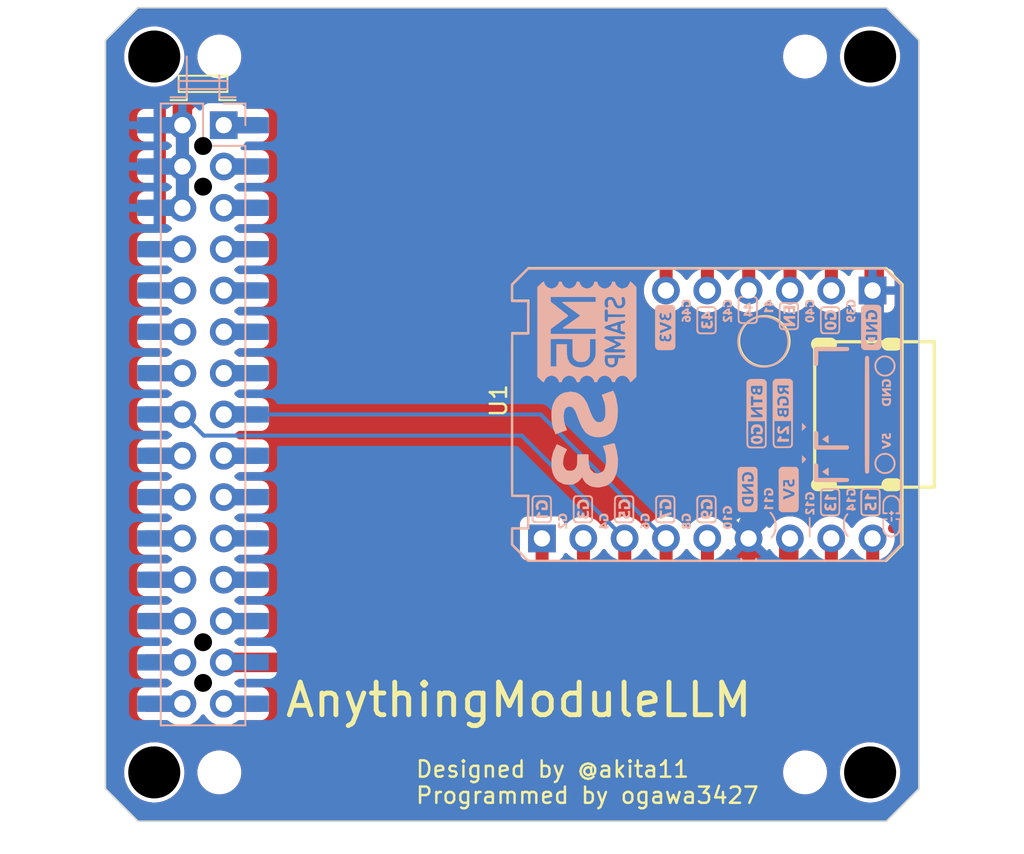
<source format=kicad_pcb>
(kicad_pcb (version 20241229) (generator "pcbnew") (generator_version "9.0")
  (layers (0 "F.Cu" signal) (2 "B.Cu" signal) (13 "F.Paste" user) (15 "B.Paste" user) (5 "F.SilkS" user "F.Silkscreen") (7 "B.SilkS" user "B.Silkscreen") (1 "F.Mask" user) (3 "B.Mask" user) (25 "Edge.Cuts" user))
  (net 0 "")
  (net 1 "+5V")
  (net 2 "GND")
  (net 3 "/RXD")
  (net 4 "/TXD")
  (footprint "MountingHole:MountingHole_2.2mm_M2" (layer "F.Cu") (at 7 47)
    (property "Reference" "REF**" (hide yes))
    (property "Value" "MountingHole_2.2mm_M2")
    (pad "" np_thru_hole circle (at 0 0) (size 2.2 2.2) (drill 2.2) (layers "*.Cu" "*.Mask"))
  )
  (footprint "MountingHole:MountingHole_3.2mm_M3" (layer "F.Cu") (at 3 47)
    (property "Reference" "REF**" (hide yes))
    (property "Value" "MountingHole_3.2mm_M3")
    (pad "" np_thru_hole circle (at 0 0) (size 3.2 3.2) (drill 3.2) (layers "*.Paste" "*.Mask"))
  )
  (footprint "MountingHole:MountingHole_2.2mm_M2" (layer "F.Cu") (at 43 47)
    (property "Reference" "REF**" (hide yes))
    (property "Value" "MountingHole_2.2mm_M2")
    (pad "" np_thru_hole circle (at 0 0) (size 2.2 2.2) (drill 2.2) (layers "*.Cu" "*.Mask"))
  )
  (footprint "MountingHole:MountingHole_3.2mm_M3" (layer "F.Cu") (at 47 3)
    (property "Reference" "REF**" (hide yes))
    (property "Value" "MountingHole_3.2mm_M3")
    (pad "" np_thru_hole circle (at 0 0) (size 3.2 3.2) (drill 3.2) (layers "*.Paste" "*.Mask"))
  )
  (footprint "MountingHole:MountingHole_2.2mm_M2" (layer "F.Cu") (at 7 3)
    (property "Reference" "REF**" (hide yes))
    (property "Value" "MountingHole_2.2mm_M2")
    (pad "" np_thru_hole circle (at 0 0) (size 2.2 2.2) (drill 2.2) (layers "*.Cu" "*.Mask"))
  )
  (footprint "Connector_PinHeader_2.54mm:PinHeader_1x06_P2.54mm_Vertical" (layer "F.Cu") (at 47.15 17.38 -90)
    (property "Reference" "J3" (hide yes))
    (property "Value" "Conn_01x06")
    (pad "1" thru_hole rect (at 0 0 270) (size 1.7 1.7) (drill 1) (layers "*.Cu" "*.Mask") (net 2 "GND"))
    (pad "2" thru_hole circle (at 0 2.54 270) (size 1.7 1.7) (drill 1) (layers "*.Cu" "*.Mask"))
    (pad "3" thru_hole circle (at 0 5.08 270) (size 1.7 1.7) (drill 1) (layers "*.Cu" "*.Mask"))
    (pad "4" thru_hole circle (at 0 7.62 270) (size 1.7 1.7) (drill 1) (layers "*.Cu" "*.Mask"))
    (pad "5" thru_hole circle (at 0 10.16 270) (size 1.7 1.7) (drill 1) (layers "*.Cu" "*.Mask"))
    (pad "6" thru_hole circle (at 0 12.7 270) (size 1.7 1.7) (drill 1) (layers "*.Cu" "*.Mask"))
  )
  (footprint "MountingHole:MountingHole_3.2mm_M3" (layer "F.Cu") (at 3 3)
    (property "Reference" "REF**" (hide yes))
    (property "Value" "MountingHole_3.2mm_M3")
    (pad "" np_thru_hole circle (at 0 0) (size 3.2 3.2) (drill 3.2) (layers "*.Paste" "*.Mask"))
  )
  (footprint "M5KiCad:STAMP-S3-SMD" (layer "F.Cu") (at 37 25 90)
    (property "Reference" "U1" (at -0.25 -12.25 90) (layer "F.SilkS") (effects (justify left bottom)))
    (property "Value" "~" (hide yes))
    (pad "1" smd oval (at -8.599997 -10.16 90) (size 1.8 0.8) (layers "F.Cu" "F.Mask" "F.Paste"))
    (pad "3" smd oval (at -8.599997 -7.619998 90) (size 1.8 0.8) (layers "F.Cu" "F.Mask" "F.Paste"))
    (pad "5" smd oval (at -8.599997 -5.079998 90) (size 1.8 0.8) (layers "F.Cu" "F.Mask" "F.Paste") (net 3 "/RXD"))
    (pad "7" smd oval (at -8.599997 -2.539998 90) (size 1.8 0.8) (layers "F.Cu" "F.Mask" "F.Paste") (net 4 "/TXD"))
    (pad "9" smd oval (at -8.599997 0.000002 90) (size 1.8 0.8) (layers "F.Cu" "F.Mask" "F.Paste"))
    (pad "11" smd oval (at -8.599997 2.540002 90) (size 1.8 0.8) (layers "F.Cu" "F.Mask" "F.Paste") (net 2 "GND"))
    (pad "13" smd oval (at -8.599997 5.080002 90) (size 1.8 0.8) (layers "F.Cu" "F.Mask" "F.Paste") (net 1 "+5V"))
    (pad "15" smd oval (at -8.599997 7.620002 90) (size 1.8 0.8) (layers "F.Cu" "F.Mask" "F.Paste"))
    (pad "17" smd oval (at -8.599997 10.160002 90) (size 1.8 0.8) (layers "F.Cu" "F.Mask" "F.Paste"))
    (pad "18" smd oval (at 8.6 10.160002 90) (size 1.8 0.8) (layers "F.Cu" "F.Mask" "F.Paste") (net 2 "GND"))
    (pad "20" smd oval (at 8.6 7.620002 90) (size 1.8 0.8) (layers "F.Cu" "F.Mask" "F.Paste"))
    (pad "22" smd oval (at 8.6 5.080002 90) (size 1.8 0.8) (layers "F.Cu" "F.Mask" "F.Paste"))
    (pad "24" smd oval (at 8.6 2.540002 90) (size 1.8 0.8) (layers "F.Cu" "F.Mask" "F.Paste"))
    (pad "26" smd oval (at 8.6 0.000002 90) (size 1.8 0.8) (layers "F.Cu" "F.Mask" "F.Paste"))
    (pad "28" smd oval (at 8.6 -2.539998 270) (size 1.8 0.8) (layers "F.Cu" "F.Mask" "F.Paste"))
    (pad "29" smd circle (at -7 11.4 90) (size 0.6 0.6) (layers "F.Cu" "F.Mask" "F.Paste"))
    (pad "30" smd circle (at -5.5 11.4 90) (size 0.6 0.6) (layers "F.Cu" "F.Mask" "F.Paste"))
    (pad "31" smd rect (at -2.328047 -1.0882 270) (size 3 3) (layers "F.Cu" "F.Mask" "F.Paste"))
  )
  (footprint "MountingHole:MountingHole_3.2mm_M3" (layer "F.Cu") (at 47 47)
    (property "Reference" "REF**" (hide yes))
    (property "Value" "MountingHole_3.2mm_M3")
    (pad "" np_thru_hole circle (at 0 0) (size 3.2 3.2) (drill 3.2) (layers "*.Paste" "*.Mask"))
  )
  (footprint "akita:M5STACK_BUS_30P" (layer "F.Cu") (at 6 25)
    (property "Reference" "CN3" (hide yes))
    (property "Value" "CON_MBUS_bottom_Core2" (hide yes))
    (pad "" np_thru_hole circle (at 0 -16.5 180) (size 1.1 1.1) (drill 1.1) (layers "*.Mask"))
    (pad "" np_thru_hole circle (at 0 -14 180) (size 1.1 1.1) (drill 1.1) (layers "*.Mask"))
    (pad "" np_thru_hole circle (at 0 14 180) (size 1.1 1.1) (drill 1.1) (layers "*.Mask"))
    (pad "" np_thru_hole circle (at 0 16.5 180) (size 1.1 1.1) (drill 1.1) (layers "*.Mask"))
    (pad "1" smd rect (at -2.79 -17.78) (size 2.5 1) (layers "B.Cu" "B.Mask" "B.Paste") (net 2 "GND"))
    (pad "1" smd rect (at -2.54 -17.78) (size 2 1) (layers "F.Cu" "F.Mask" "F.Paste") (net 2 "GND"))
    (pad "2" smd rect (at 2.54 -17.78) (size 2 1) (layers "F.Cu" "F.Mask" "F.Paste"))
    (pad "2" smd rect (at 2.79 -17.78) (size 2.5 1) (layers "B.Cu" "B.Mask" "B.Paste"))
    (pad "3" smd rect (at -2.79 -15.24) (size 2.5 1) (layers "B.Cu" "B.Mask" "B.Paste") (net 2 "GND"))
    (pad "3" smd rect (at -2.54 -15.24) (size 2 1) (layers "F.Cu" "F.Mask" "F.Paste") (net 2 "GND"))
    (pad "4" smd rect (at 2.54 -15.24) (size 2 1) (layers "F.Cu" "F.Mask" "F.Paste"))
    (pad "4" smd rect (at 2.79 -15.24) (size 2.5 1) (layers "B.Cu" "B.Mask" "B.Paste"))
    (pad "5" smd rect (at -2.79 -12.7) (size 2.5 1) (layers "B.Cu" "B.Mask" "B.Paste") (net 2 "GND"))
    (pad "5" smd rect (at -2.54 -12.7) (size 2 1) (layers "F.Cu" "F.Mask" "F.Paste") (net 2 "GND"))
    (pad "6" smd rect (at 2.54 -12.7) (size 2 1) (layers "F.Cu" "F.Mask" "F.Paste"))
    (pad "6" smd rect (at 2.79 -12.7) (size 2.5 1) (layers "B.Cu" "B.Mask" "B.Paste"))
    (pad "7" smd rect (at -2.79 -10.16) (size 2.5 1) (layers "B.Cu" "B.Mask" "B.Paste"))
    (pad "7" smd rect (at -2.54 -10.16) (size 2 1) (layers "F.Cu" "F.Mask" "F.Paste"))
    (pad "8" smd rect (at 2.54 -10.16) (size 2 1) (layers "F.Cu" "F.Mask" "F.Paste"))
    (pad "8" smd rect (at 2.79 -10.16) (size 2.5 1) (layers "B.Cu" "B.Mask" "B.Paste"))
    (pad "9" smd rect (at -2.79 -7.62) (size 2.5 1) (layers "B.Cu" "B.Mask" "B.Paste"))
    (pad "9" smd rect (at -2.54 -7.62) (size 2 1) (layers "F.Cu" "F.Mask" "F.Paste"))
    (pad "10" smd rect (at 2.54 -7.62) (size 2 1) (layers "F.Cu" "F.Mask" "F.Paste"))
    (pad "10" smd rect (at 2.79 -7.62) (size 2.5 1) (layers "B.Cu" "B.Mask" "B.Paste"))
    (pad "11" smd rect (at -2.79 -5.08) (size 2.5 1) (layers "B.Cu" "B.Mask" "B.Paste"))
    (pad "11" smd rect (at -2.54 -5.08) (size 2 1) (layers "F.Cu" "F.Mask" "F.Paste"))
    (pad "12" smd rect (at 2.54 -5.08) (size 2 1) (layers "F.Cu" "F.Mask" "F.Paste"))
    (pad "12" smd rect (at 2.79 -5.08) (size 2.5 1) (layers "B.Cu" "B.Mask" "B.Paste"))
    (pad "13" smd rect (at -2.79 -2.54) (size 2.5 1) (layers "B.Cu" "B.Mask" "B.Paste"))
    (pad "13" smd rect (at -2.54 -2.54) (size 2 1) (layers "F.Cu" "F.Mask" "F.Paste"))
    (pad "14" smd rect (at 2.54 -2.54) (size 2 1) (layers "F.Cu" "F.Mask" "F.Paste"))
    (pad "14" smd rect (at 2.79 -2.54) (size 2.5 1) (layers "B.Cu" "B.Mask" "B.Paste"))
    (pad "15" smd rect (at -2.79 0) (size 2.5 1) (layers "B.Cu" "B.Mask" "B.Paste") (net 3 "/RXD"))
    (pad "15" smd rect (at -2.54 0) (size 2 1) (layers "F.Cu" "F.Mask" "F.Paste") (net 3 "/RXD"))
    (pad "16" smd rect (at 2.54 0) (size 2 1) (layers "F.Cu" "F.Mask" "F.Paste") (net 4 "/TXD"))
    (pad "16" smd rect (at 2.79 0) (size 2.5 1) (layers "B.Cu" "B.Mask" "B.Paste") (net 4 "/TXD"))
    (pad "17" smd rect (at -2.79 2.54) (size 2.5 1) (layers "B.Cu" "B.Mask" "B.Paste"))
    (pad "17" smd rect (at -2.54 2.54) (size 2 1) (layers "F.Cu" "F.Mask" "F.Paste"))
    (pad "18" smd rect (at 2.54 2.54) (size 2 1) (layers "F.Cu" "F.Mask" "F.Paste"))
    (pad "18" smd rect (at 2.79 2.54) (size 2.5 1) (layers "B.Cu" "B.Mask" "B.Paste"))
    (pad "19" smd rect (at -2.79 5.08) (size 2.5 1) (layers "B.Cu" "B.Mask" "B.Paste"))
    (pad "19" smd rect (at -2.54 5.08) (size 2 1) (layers "F.Cu" "F.Mask" "F.Paste"))
    (pad "20" smd rect (at 2.54 5.08) (size 2 1) (layers "F.Cu" "F.Mask" "F.Paste"))
    (pad "20" smd rect (at 2.79 5.08) (size 2.5 1) (layers "B.Cu" "B.Mask" "B.Paste"))
    (pad "21" smd rect (at -2.79 7.62) (size 2.5 1) (layers "B.Cu" "B.Mask" "B.Paste"))
    (pad "21" smd rect (at -2.54 7.62) (size 2 1) (layers "F.Cu" "F.Mask" "F.Paste"))
    (pad "22" smd rect (at 2.54 7.62) (size 2 1) (layers "F.Cu" "F.Mask" "F.Paste"))
    (pad "22" smd rect (at 2.79 7.62) (size 2.5 1) (layers "B.Cu" "B.Mask" "B.Paste"))
    (pad "23" smd rect (at -2.79 10.16) (size 2.5 1) (layers "B.Cu" "B.Mask" "B.Paste"))
    (pad "23" smd rect (at -2.54 10.16) (size 2 1) (layers "F.Cu" "F.Mask" "F.Paste"))
    (pad "24" smd rect (at 2.54 10.16) (size 2 1) (layers "F.Cu" "F.Mask" "F.Paste"))
    (pad "24" smd rect (at 2.79 10.16) (size 2.5 1) (layers "B.Cu" "B.Mask" "B.Paste"))
    (pad "25" smd rect (at -2.79 12.7) (size 2.5 1) (layers "B.Cu" "B.Mask" "B.Paste"))
    (pad "25" smd rect (at -2.54 12.7) (size 2 1) (layers "F.Cu" "F.Mask" "F.Paste"))
    (pad "26" smd rect (at 2.54 12.7) (size 2 1) (layers "F.Cu" "F.Mask" "F.Paste"))
    (pad "26" smd rect (at 2.79 12.7) (size 2.5 1) (layers "B.Cu" "B.Mask" "B.Paste"))
    (pad "27" smd rect (at -2.79 15.24) (size 2.5 1) (layers "B.Cu" "B.Mask" "B.Paste"))
    (pad "27" smd rect (at -2.54 15.24) (size 2 1) (layers "F.Cu" "F.Mask" "F.Paste"))
    (pad "28" smd rect (at 2.54 15.24) (size 2 1) (layers "F.Cu" "F.Mask" "F.Paste") (net 1 "+5V"))
    (pad "28" smd rect (at 2.79 15.24) (size 2.5 1) (layers "B.Cu" "B.Mask" "B.Paste") (net 1 "+5V"))
    (pad "29" smd rect (at -2.79 17.78) (size 2.5 1) (layers "B.Cu" "B.Mask" "B.Paste"))
    (pad "29" smd rect (at -2.54 17.78) (size 2 1) (layers "F.Cu" "F.Mask" "F.Paste"))
    (pad "30" smd rect (at 2.54 17.78) (size 2 1) (layers "F.Cu" "F.Mask" "F.Paste"))
    (pad "30" smd rect (at 2.79 17.78) (size 2.5 1) (layers "B.Cu" "B.Mask" "B.Paste"))
  )
  (footprint "MountingHole:MountingHole_2.2mm_M2" (layer "F.Cu") (at 43 3)
    (property "Reference" "REF**" (hide yes))
    (property "Value" "MountingHole_2.2mm_M2")
    (pad "" np_thru_hole circle (at 0 0) (size 2.2 2.2) (drill 2.2) (layers "*.Cu" "*.Mask"))
  )
  (footprint "Connector_PinHeader_2.54mm:PinHeader_1x09_P2.54mm_Vertical" (layer "F.Cu") (at 26.83 32.62 90)
    (property "Reference" "J2" (hide yes))
    (property "Value" "Conn_01x09")
    (pad "1" thru_hole rect (at 0 0 90) (size 1.7 1.7) (drill 1) (layers "*.Cu" "*.Mask"))
    (pad "2" thru_hole circle (at 0 2.54 90) (size 1.7 1.7) (drill 1) (layers "*.Cu" "*.Mask"))
    (pad "3" thru_hole circle (at 0 5.08 90) (size 1.7 1.7) (drill 1) (layers "*.Cu" "*.Mask") (net 3 "/RXD"))
    (pad "4" thru_hole circle (at 0 7.62 90) (size 1.7 1.7) (drill 1) (layers "*.Cu" "*.Mask") (net 4 "/TXD"))
    (pad "5" thru_hole circle (at 0 10.16 90) (size 1.7 1.7) (drill 1) (layers "*.Cu" "*.Mask"))
    (pad "6" thru_hole circle (at 0 12.7 90) (size 1.7 1.7) (drill 1) (layers "*.Cu" "*.Mask") (net 2 "GND"))
    (pad "7" thru_hole circle (at 0 15.24 90) (size 1.7 1.7) (drill 1) (layers "*.Cu" "*.Mask") (net 1 "+5V"))
    (pad "8" thru_hole circle (at 0 17.78 90) (size 1.7 1.7) (drill 1) (layers "*.Cu" "*.Mask"))
    (pad "9" thru_hole circle (at 0 20.32 90) (size 1.7 1.7) (drill 1) (layers "*.Cu" "*.Mask"))
  )
  (footprint "Connector_PinHeader_2.54mm:PinHeader_2x15_P2.54mm_Vertical" (layer "B.Cu") (at 7.27 7.22 180)
    (property "Reference" "J1" (hide yes))
    (property "Value" "Conn_02x15_Odd_Even")
    (pad "1" thru_hole rect (at 0 0 180) (size 1.7 1.7) (drill 1) (layers "*.Cu" "*.Mask"))
    (pad "2" thru_hole oval (at 2.54 0 180) (size 1.7 1.7) (drill 1) (layers "*.Cu" "*.Mask") (net 2 "GND"))
    (pad "3" thru_hole oval (at 0 -2.54 180) (size 1.7 1.7) (drill 1) (layers "*.Cu" "*.Mask"))
    (pad "4" thru_hole oval (at 2.54 -2.54 180) (size 1.7 1.7) (drill 1) (layers "*.Cu" "*.Mask") (net 2 "GND"))
    (pad "5" thru_hole oval (at 0 -5.08 180) (size 1.7 1.7) (drill 1) (layers "*.Cu" "*.Mask"))
    (pad "6" thru_hole oval (at 2.54 -5.08 180) (size 1.7 1.7) (drill 1) (layers "*.Cu" "*.Mask") (net 2 "GND"))
    (pad "7" thru_hole oval (at 0 -7.62 180) (size 1.7 1.7) (drill 1) (layers "*.Cu" "*.Mask"))
    (pad "8" thru_hole oval (at 2.54 -7.62 180) (size 1.7 1.7) (drill 1) (layers "*.Cu" "*.Mask"))
    (pad "9" thru_hole oval (at 0 -10.16 180) (size 1.7 1.7) (drill 1) (layers "*.Cu" "*.Mask"))
    (pad "10" thru_hole oval (at 2.54 -10.16 180) (size 1.7 1.7) (drill 1) (layers "*.Cu" "*.Mask"))
    (pad "11" thru_hole oval (at 0 -12.7 180) (size 1.7 1.7) (drill 1) (layers "*.Cu" "*.Mask"))
    (pad "12" thru_hole oval (at 2.54 -12.7 180) (size 1.7 1.7) (drill 1) (layers "*.Cu" "*.Mask"))
    (pad "13" thru_hole oval (at 0 -15.24 180) (size 1.7 1.7) (drill 1) (layers "*.Cu" "*.Mask"))
    (pad "14" thru_hole oval (at 2.54 -15.24 180) (size 1.7 1.7) (drill 1) (layers "*.Cu" "*.Mask"))
    (pad "15" thru_hole oval (at 0 -17.78 180) (size 1.7 1.7) (drill 1) (layers "*.Cu" "*.Mask") (net 4 "/TXD"))
    (pad "16" thru_hole oval (at 2.54 -17.78 180) (size 1.7 1.7) (drill 1) (layers "*.Cu" "*.Mask") (net 3 "/RXD"))
    (pad "17" thru_hole oval (at 0 -20.32 180) (size 1.7 1.7) (drill 1) (layers "*.Cu" "*.Mask"))
    (pad "18" thru_hole oval (at 2.54 -20.32 180) (size 1.7 1.7) (drill 1) (layers "*.Cu" "*.Mask"))
    (pad "19" thru_hole oval (at 0 -22.86 180) (size 1.7 1.7) (drill 1) (layers "*.Cu" "*.Mask"))
    (pad "20" thru_hole oval (at 2.54 -22.86 180) (size 1.7 1.7) (drill 1) (layers "*.Cu" "*.Mask"))
    (pad "21" thru_hole oval (at 0 -25.4 180) (size 1.7 1.7) (drill 1) (layers "*.Cu" "*.Mask"))
    (pad "22" thru_hole oval (at 2.54 -25.4 180) (size 1.7 1.7) (drill 1) (layers "*.Cu" "*.Mask"))
    (pad "23" thru_hole oval (at 0 -27.94 180) (size 1.7 1.7) (drill 1) (layers "*.Cu" "*.Mask"))
    (pad "24" thru_hole oval (at 2.54 -27.94 180) (size 1.7 1.7) (drill 1) (layers "*.Cu" "*.Mask"))
    (pad "25" thru_hole oval (at 0 -30.48 180) (size 1.7 1.7) (drill 1) (layers "*.Cu" "*.Mask"))
    (pad "26" thru_hole oval (at 2.54 -30.48 180) (size 1.7 1.7) (drill 1) (layers "*.Cu" "*.Mask"))
    (pad "27" thru_hole oval (at 0 -33.02 180) (size 1.7 1.7) (drill 1) (layers "*.Cu" "*.Mask") (net 1 "+5V"))
    (pad "28" thru_hole oval (at 2.54 -33.02 180) (size 1.7 1.7) (drill 1) (layers "*.Cu" "*.Mask"))
    (pad "29" thru_hole oval (at 0 -35.56 180) (size 1.7 1.7) (drill 1) (layers "*.Cu" "*.Mask"))
    (pad "30" thru_hole oval (at 2.54 -35.56 180) (size 1.7 1.7) (drill 1) (layers "*.Cu" "*.Mask"))
  )
  (gr_line (start 48 50) (end 50 48) (stroke (width 0.1)) (layer "Edge.Cuts"))
  (gr_line (start 0 2) (end 2 0) (stroke (width 0.1)) (layer "Edge.Cuts"))
  (gr_line (start 50 2) (end 50 48) (stroke (width 0.1)) (layer "Edge.Cuts"))
  (gr_line (start 48 50) (end 2 50) (stroke (width 0.1)) (layer "Edge.Cuts"))
  (gr_line (start 2 0) (end 48 0) (stroke (width 0.1)) (layer "Edge.Cuts"))
  (gr_line (start 0 48) (end 2 50) (stroke (width 0.1)) (layer "Edge.Cuts"))
  (gr_line (start 48 0) (end 50 2) (stroke (width 0.1)) (layer "Edge.Cuts"))
  (gr_line (start 0 48) (end 0 2) (stroke (width 0.1)) (layer "Edge.Cuts"))
  (gr_text "AnythingModuleLLM" (at 25.4 42.545 0) (layer "F.SilkS") (effects (font (size 2 2) (thickness 0.3))))
  (gr_text "Designed by @akita11\nProgrammed by ogawa3427" (at 19 49 0) (layer "F.SilkS") (effects (font (size 1 1)) (justify left bottom)))
  (segment (start 42 36.5) (end 42 32.75) (width 1.2) (layer "F.Cu") (net 1))
  (segment (start 38.26 40.24) (end 42 36.5) (width 1.2) (layer "F.Cu") (net 1))
  (segment (start 7.27 40.24) (end 38.26 40.24) (width 1.2) (layer "F.Cu") (net 1))
  (segment (start 4.73 12.48) (end 4.75 12.5) (width 0.8) (layer "F.Cu") (net 2))
  (segment (start 47.25 14.25) (end 47.25 17.5) (width 1.2) (layer "F.Cu") (net 2))
  (segment (start 5.5 5.25) (end 38.25 5.25) (width 1.2) (layer "F.Cu") (net 2))
  (segment (start 4.73 7.22) (end 4.73 12.48) (width 0.8) (layer "F.Cu") (net 2))
  (segment (start 4.73 7.22) (end 4.73 6.02) (width 1.2) (layer "F.Cu") (net 2))
  (segment (start 4.73 6.02) (end 5.5 5.25) (width 1.2) (layer "F.Cu") (net 2))
  (segment (start 38.25 5.25) (end 47.25 14.25) (width 1.2) (layer "F.Cu") (net 2))
  (segment (start 4.73 7.27) (end 4.75 7.25) (width 0.8) (layer "B.Cu") (net 2))
  (segment (start 4.73 12.3) (end 4.73 7.27) (width 0.8) (layer "B.Cu") (net 2))
  (segment (start 47.25 24) (end 47.25 17.5) (width 1.2) (layer "B.Cu") (net 2))
  (segment (start 39.53 32.62) (end 39.53 31.72) (width 1.2) (layer "B.Cu") (net 2))
  (segment (start 39.53 31.72) (end 47.25 24) (width 1.2) (layer "B.Cu") (net 2))
  (segment (start 25.59 26.3) (end 6.05 26.3) (width 0.25) (layer "B.Cu") (net 3))
  (segment (start 6.05 26.3) (end 4.75 25) (width 0.25) (layer "B.Cu") (net 3))
  (segment (start 31.91 32.62) (end 25.59 26.3) (width 0.25) (layer "B.Cu") (net 3))
  (segment (start 7.27 25) (end 26.75 25) (width 0.25) (layer "B.Cu") (net 4))
  (segment (start 26.75 25) (end 34.5 32.75) (width 0.25) (layer "B.Cu") (net 4))
  (zone (net 2) (net_name "GND") (layers "F.Cu" "B.Cu") (connect_pads (clearance 0.508)) (min_thickness 0.254) (fill yes (thermal_gap 0.508) (thermal_bridge_width 0.508))
    (polygon (pts (xy 50 50) (xy 0 50) (xy 0 0) (xy 50 0)))
  )
)
</source>
